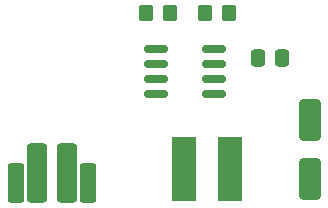
<source format=gtp>
%TF.GenerationSoftware,KiCad,Pcbnew,8.0.4*%
%TF.CreationDate,2025-01-06T15:16:24+00:00*%
%TF.ProjectId,33063_invert,33333036-335f-4696-9e76-6572742e6b69,rev?*%
%TF.SameCoordinates,Original*%
%TF.FileFunction,Paste,Top*%
%TF.FilePolarity,Positive*%
%FSLAX46Y46*%
G04 Gerber Fmt 4.6, Leading zero omitted, Abs format (unit mm)*
G04 Created by KiCad (PCBNEW 8.0.4) date 2025-01-06 15:16:24*
%MOMM*%
%LPD*%
G01*
G04 APERTURE LIST*
G04 Aperture macros list*
%AMRoundRect*
0 Rectangle with rounded corners*
0 $1 Rounding radius*
0 $2 $3 $4 $5 $6 $7 $8 $9 X,Y pos of 4 corners*
0 Add a 4 corners polygon primitive as box body*
4,1,4,$2,$3,$4,$5,$6,$7,$8,$9,$2,$3,0*
0 Add four circle primitives for the rounded corners*
1,1,$1+$1,$2,$3*
1,1,$1+$1,$4,$5*
1,1,$1+$1,$6,$7*
1,1,$1+$1,$8,$9*
0 Add four rect primitives between the rounded corners*
20,1,$1+$1,$2,$3,$4,$5,0*
20,1,$1+$1,$4,$5,$6,$7,0*
20,1,$1+$1,$6,$7,$8,$9,0*
20,1,$1+$1,$8,$9,$2,$3,0*%
G04 Aperture macros list end*
%ADD10RoundRect,0.249999X0.450001X1.425001X-0.450001X1.425001X-0.450001X-1.425001X0.450001X-1.425001X0*%
%ADD11R,2.150000X5.500000*%
%ADD12RoundRect,0.250000X-0.350000X-0.450000X0.350000X-0.450000X0.350000X0.450000X-0.350000X0.450000X0*%
%ADD13RoundRect,0.250000X0.650000X-1.500000X0.650000X1.500000X-0.650000X1.500000X-0.650000X-1.500000X0*%
%ADD14RoundRect,0.150000X0.825000X0.150000X-0.825000X0.150000X-0.825000X-0.150000X0.825000X-0.150000X0*%
%ADD15RoundRect,0.200000X-0.620000X-2.300000X0.620000X-2.300000X0.620000X2.300000X-0.620000X2.300000X0*%
%ADD16RoundRect,0.250000X-0.337500X-0.475000X0.337500X-0.475000X0.337500X0.475000X-0.337500X0.475000X0*%
G04 APERTURE END LIST*
D10*
%TO.C,R1*%
X66750000Y-67550000D03*
X60650000Y-67550000D03*
%TD*%
D11*
%TO.C,L1*%
X74875000Y-66350000D03*
X78725000Y-66350000D03*
%TD*%
D12*
%TO.C,R3*%
X76650000Y-53100000D03*
X78650000Y-53100000D03*
%TD*%
D13*
%TO.C,D1*%
X85500000Y-67160000D03*
X85500000Y-62160000D03*
%TD*%
D14*
%TO.C,U1*%
X77425000Y-59955000D03*
X77425000Y-58685000D03*
X77425000Y-57415000D03*
X77425000Y-56145000D03*
X72475000Y-56145000D03*
X72475000Y-57415000D03*
X72475000Y-58685000D03*
X72475000Y-59955000D03*
%TD*%
D15*
%TO.C,R100*%
X62430000Y-66700000D03*
X64970000Y-66700000D03*
%TD*%
D12*
%TO.C,R2*%
X71650000Y-53100000D03*
X73650000Y-53100000D03*
%TD*%
D16*
%TO.C,C2*%
X81112500Y-56950000D03*
X83187500Y-56950000D03*
%TD*%
M02*

</source>
